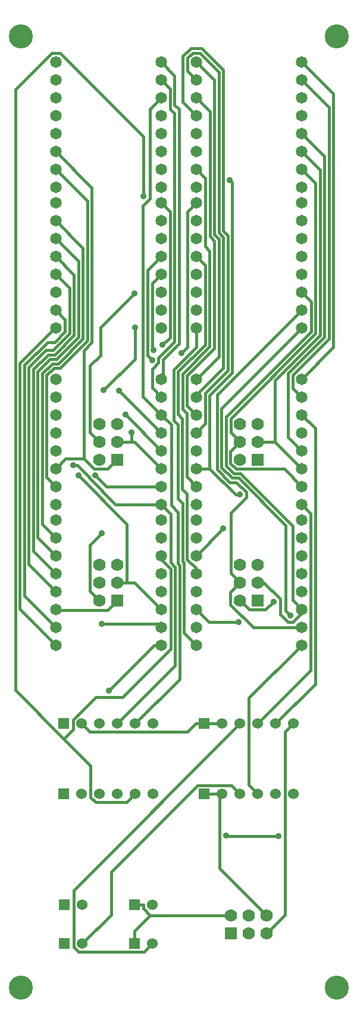
<source format=gbl>
G04 (created by PCBNEW (2013-mar-13)-testing) date Tue 12 Nov 2013 05:22:57 PM PST*
%MOIN*%
G04 Gerber Fmt 3.4, Leading zero omitted, Abs format*
%FSLAX34Y34*%
G01*
G70*
G90*
G04 APERTURE LIST*
%ADD10C,0.005906*%
%ADD11C,0.065000*%
%ADD12R,0.060000X0.060000*%
%ADD13C,0.060000*%
%ADD14R,0.070000X0.070000*%
%ADD15C,0.070000*%
%ADD16C,0.135000*%
%ADD17C,0.035000*%
%ADD18C,0.015000*%
G04 APERTURE END LIST*
G54D10*
G54D11*
X20669Y-37838D03*
X20669Y-38838D03*
X20669Y-39838D03*
X20669Y-40838D03*
X20669Y-41838D03*
X20669Y-42838D03*
X20669Y-43838D03*
X20669Y-44838D03*
X26574Y-44838D03*
X26574Y-43838D03*
X26574Y-42838D03*
X26574Y-41838D03*
X26574Y-40838D03*
X26574Y-39838D03*
X26574Y-38838D03*
X26574Y-37838D03*
X20669Y-45712D03*
X20669Y-46712D03*
X20669Y-47712D03*
X20669Y-48712D03*
X20669Y-49712D03*
X20669Y-50712D03*
X20669Y-51712D03*
X20669Y-52712D03*
X26574Y-52712D03*
X26574Y-51712D03*
X26574Y-50712D03*
X26574Y-49712D03*
X26574Y-48712D03*
X26574Y-47712D03*
X26574Y-46712D03*
X26574Y-45712D03*
X28543Y-37838D03*
X28543Y-38838D03*
X28543Y-39838D03*
X28543Y-40838D03*
X28543Y-41838D03*
X28543Y-42838D03*
X28543Y-43838D03*
X28543Y-44838D03*
X34448Y-44838D03*
X34448Y-43838D03*
X34448Y-42838D03*
X34448Y-41838D03*
X34448Y-40838D03*
X34448Y-39838D03*
X34448Y-38838D03*
X34448Y-37838D03*
X28543Y-45712D03*
X28543Y-46712D03*
X28543Y-47712D03*
X28543Y-48712D03*
X28543Y-49712D03*
X28543Y-50712D03*
X28543Y-51712D03*
X28543Y-52712D03*
X34448Y-52712D03*
X34448Y-51712D03*
X34448Y-50712D03*
X34448Y-49712D03*
X34448Y-48712D03*
X34448Y-47712D03*
X34448Y-46712D03*
X34448Y-45712D03*
X20669Y-20122D03*
X20669Y-21122D03*
X20669Y-22122D03*
X20669Y-23122D03*
X20669Y-24122D03*
X20669Y-25122D03*
X20669Y-26122D03*
X20669Y-27122D03*
X26574Y-27122D03*
X26574Y-26122D03*
X26574Y-25122D03*
X26574Y-24122D03*
X26574Y-23122D03*
X26574Y-22122D03*
X26574Y-21122D03*
X26574Y-20122D03*
X20669Y-27996D03*
X20669Y-28996D03*
X20669Y-29996D03*
X20669Y-30996D03*
X20669Y-31996D03*
X20669Y-32996D03*
X20669Y-33996D03*
X20669Y-34996D03*
X26574Y-34996D03*
X26574Y-33996D03*
X26574Y-32996D03*
X26574Y-31996D03*
X26574Y-30996D03*
X26574Y-29996D03*
X26574Y-28996D03*
X26574Y-27996D03*
X28543Y-20122D03*
X28543Y-21122D03*
X28543Y-22122D03*
X28543Y-23122D03*
X28543Y-24122D03*
X28543Y-25122D03*
X28543Y-26122D03*
X28543Y-27122D03*
X34448Y-27122D03*
X34448Y-26122D03*
X34448Y-25122D03*
X34448Y-24122D03*
X34448Y-23122D03*
X34448Y-22122D03*
X34448Y-21122D03*
X34448Y-20122D03*
X28543Y-27996D03*
X28543Y-28996D03*
X28543Y-29996D03*
X28543Y-30996D03*
X28543Y-31996D03*
X28543Y-32996D03*
X28543Y-33996D03*
X28543Y-34996D03*
X34448Y-34996D03*
X34448Y-33996D03*
X34448Y-32996D03*
X34448Y-31996D03*
X34448Y-30996D03*
X34448Y-29996D03*
X34448Y-28996D03*
X34448Y-27996D03*
G54D12*
X21153Y-67224D03*
G54D13*
X22153Y-67224D03*
G54D12*
X21122Y-57086D03*
G54D13*
X22122Y-57086D03*
X23122Y-57086D03*
X24122Y-57086D03*
X25122Y-57086D03*
X26122Y-57086D03*
G54D12*
X25090Y-67224D03*
G54D13*
X26090Y-67224D03*
G54D12*
X21122Y-61023D03*
G54D13*
X22122Y-61023D03*
X23122Y-61023D03*
X24122Y-61023D03*
X25122Y-61023D03*
X26122Y-61023D03*
G54D12*
X25090Y-69389D03*
G54D13*
X26090Y-69389D03*
G54D12*
X28996Y-57086D03*
G54D13*
X29996Y-57086D03*
X30996Y-57086D03*
X31996Y-57086D03*
X32996Y-57086D03*
X33996Y-57086D03*
G54D12*
X21153Y-69389D03*
G54D13*
X22153Y-69389D03*
G54D12*
X28996Y-61023D03*
G54D13*
X29996Y-61023D03*
X30996Y-61023D03*
X31996Y-61023D03*
X32996Y-61023D03*
X33996Y-61023D03*
G54D14*
X30496Y-68807D03*
G54D15*
X30496Y-67807D03*
X31496Y-68807D03*
X31496Y-67807D03*
X32496Y-68807D03*
X32496Y-67807D03*
G54D14*
X31996Y-50212D03*
G54D15*
X30996Y-50212D03*
X31996Y-49212D03*
X30996Y-49212D03*
X31996Y-48212D03*
X30996Y-48212D03*
G54D14*
X31996Y-42338D03*
G54D15*
X30996Y-42338D03*
X31996Y-41338D03*
X30996Y-41338D03*
X31996Y-40338D03*
X30996Y-40338D03*
G54D14*
X24122Y-50212D03*
G54D15*
X23122Y-50212D03*
X24122Y-49212D03*
X23122Y-49212D03*
X24122Y-48212D03*
X23122Y-48212D03*
G54D14*
X24122Y-42338D03*
G54D15*
X23122Y-42338D03*
X24122Y-41338D03*
X23122Y-41338D03*
X24122Y-40338D03*
X23122Y-40338D03*
G54D16*
X18700Y-18700D03*
X36417Y-18700D03*
X36417Y-71850D03*
X18700Y-71850D03*
G54D17*
X32882Y-50280D03*
X23232Y-46467D03*
X24216Y-38480D03*
X26072Y-36781D03*
X30062Y-46193D03*
X26664Y-35916D03*
X24573Y-39836D03*
X26162Y-36216D03*
X27713Y-36389D03*
X33144Y-63386D03*
X30216Y-63357D03*
X30967Y-44299D03*
X30403Y-26710D03*
X30929Y-51424D03*
X25078Y-33062D03*
X22882Y-43218D03*
X23232Y-51532D03*
X21647Y-42644D03*
X23646Y-55255D03*
X33813Y-51043D03*
X24929Y-40837D03*
X21953Y-43227D03*
X23358Y-38468D03*
X25100Y-34970D03*
X25588Y-27615D03*
G54D18*
X25090Y-67224D02*
X25565Y-67224D01*
X25090Y-68678D02*
X25090Y-69389D01*
X25962Y-67807D02*
X25090Y-68678D01*
X30496Y-67807D02*
X25962Y-67807D01*
X25565Y-67410D02*
X25565Y-67224D01*
X25962Y-67807D02*
X25565Y-67410D01*
X31521Y-50737D02*
X30996Y-50212D01*
X32425Y-50737D02*
X31521Y-50737D01*
X32882Y-50280D02*
X32425Y-50737D01*
X22594Y-47105D02*
X23232Y-46467D01*
X22594Y-49685D02*
X22594Y-47105D01*
X23122Y-50212D02*
X22594Y-49685D01*
X26574Y-40838D02*
X24216Y-38480D01*
X25809Y-36518D02*
X26072Y-36781D01*
X25809Y-31761D02*
X25809Y-36518D01*
X26574Y-30996D02*
X25809Y-31761D01*
X21942Y-31269D02*
X20669Y-29996D01*
X21942Y-35494D02*
X21942Y-31269D01*
X20712Y-36724D02*
X21942Y-35494D01*
X20362Y-36724D02*
X20712Y-36724D01*
X19660Y-37427D02*
X20362Y-36724D01*
X19660Y-46703D02*
X19660Y-37427D01*
X20669Y-47712D02*
X19660Y-46703D01*
X29301Y-22879D02*
X28543Y-22122D01*
X29301Y-29870D02*
X29301Y-22879D01*
X29551Y-30120D02*
X29301Y-29870D01*
X29551Y-36107D02*
X29551Y-30120D01*
X28019Y-37639D02*
X29551Y-36107D01*
X28019Y-39314D02*
X28019Y-37639D01*
X28543Y-39838D02*
X28019Y-39314D01*
X28543Y-47712D02*
X30062Y-46193D01*
X21692Y-32019D02*
X20669Y-30996D01*
X21692Y-35390D02*
X21692Y-32019D01*
X20608Y-36474D02*
X21692Y-35390D01*
X20233Y-36474D02*
X20608Y-36474D01*
X19409Y-37297D02*
X20233Y-36474D01*
X19409Y-47453D02*
X19409Y-37297D01*
X20669Y-48712D02*
X19409Y-47453D01*
X29045Y-40336D02*
X28543Y-40838D01*
X29045Y-38619D02*
X29045Y-40336D01*
X30301Y-37363D02*
X29045Y-38619D01*
X30301Y-29809D02*
X30301Y-37363D01*
X30053Y-29561D02*
X30301Y-29809D01*
X30053Y-20570D02*
X30053Y-29561D01*
X28840Y-19357D02*
X30053Y-20570D01*
X28234Y-19357D02*
X28840Y-19357D01*
X27793Y-19798D02*
X28234Y-19357D01*
X27793Y-22371D02*
X27793Y-19798D01*
X28543Y-23122D02*
X27793Y-22371D01*
X29043Y-31496D02*
X28543Y-30996D01*
X29043Y-35907D02*
X29043Y-31496D01*
X27515Y-37435D02*
X29043Y-35907D01*
X27515Y-39803D02*
X27515Y-37435D01*
X27755Y-40042D02*
X27515Y-39803D01*
X27755Y-43985D02*
X27755Y-40042D01*
X28030Y-44260D02*
X27755Y-43985D01*
X28030Y-47906D02*
X28030Y-44260D01*
X28543Y-48419D02*
X28030Y-47906D01*
X28543Y-48712D02*
X28543Y-48419D01*
X27076Y-21623D02*
X26574Y-21122D01*
X27076Y-22746D02*
X27076Y-21623D01*
X27326Y-22997D02*
X27076Y-22746D01*
X27326Y-35750D02*
X27326Y-22997D01*
X26422Y-36654D02*
X27326Y-35750D01*
X26422Y-36926D02*
X26422Y-36654D01*
X26067Y-37281D02*
X26422Y-36926D01*
X26067Y-38331D02*
X26067Y-37281D01*
X26574Y-38838D02*
X26067Y-38331D01*
X35972Y-22645D02*
X34448Y-21122D01*
X35972Y-35601D02*
X35972Y-22645D01*
X33948Y-37625D02*
X35972Y-35601D01*
X33948Y-38338D02*
X33948Y-37625D01*
X34448Y-38838D02*
X33948Y-38338D01*
X27326Y-20873D02*
X26574Y-20122D01*
X27326Y-22518D02*
X27326Y-20873D01*
X27576Y-22768D02*
X27326Y-22518D01*
X27576Y-35853D02*
X27576Y-22768D01*
X26672Y-36757D02*
X27576Y-35853D01*
X26672Y-37740D02*
X26672Y-36757D01*
X26574Y-37838D02*
X26672Y-37740D01*
X27074Y-35506D02*
X26664Y-35916D01*
X27074Y-28496D02*
X27074Y-35506D01*
X26574Y-27996D02*
X27074Y-28496D01*
X36222Y-21895D02*
X34448Y-20122D01*
X36222Y-36064D02*
X36222Y-21895D01*
X34448Y-37838D02*
X36222Y-36064D01*
X18659Y-50702D02*
X20669Y-52712D01*
X18659Y-36961D02*
X18659Y-50702D01*
X20625Y-34996D02*
X18659Y-36961D01*
X20669Y-34996D02*
X20625Y-34996D01*
X28543Y-36054D02*
X28543Y-34996D01*
X27265Y-37332D02*
X28543Y-36054D01*
X27265Y-40158D02*
X27265Y-37332D01*
X27505Y-40397D02*
X27265Y-40158D01*
X27505Y-44509D02*
X27505Y-40397D01*
X27779Y-44784D02*
X27505Y-44509D01*
X27779Y-48035D02*
X27779Y-44784D01*
X27860Y-48115D02*
X27779Y-48035D01*
X27860Y-52029D02*
X27860Y-48115D01*
X28543Y-52712D02*
X27860Y-52029D01*
X26574Y-41838D02*
X24573Y-39836D01*
X26073Y-32496D02*
X26574Y-31996D01*
X26073Y-36127D02*
X26073Y-32496D01*
X26162Y-36216D02*
X26073Y-36127D01*
X35722Y-25395D02*
X34448Y-24122D01*
X35722Y-35497D02*
X35722Y-25395D01*
X33697Y-37522D02*
X35722Y-35497D01*
X33697Y-41087D02*
X33697Y-37522D01*
X34448Y-41838D02*
X33697Y-41087D01*
X29801Y-36580D02*
X28543Y-37838D01*
X29801Y-30016D02*
X29801Y-36580D01*
X29553Y-29768D02*
X29801Y-30016D01*
X29553Y-21131D02*
X29553Y-29768D01*
X28543Y-20122D02*
X29553Y-21131D01*
X28043Y-36059D02*
X27713Y-36389D01*
X28043Y-28496D02*
X28043Y-36059D01*
X28543Y-27996D02*
X28043Y-28496D01*
X22443Y-27895D02*
X20669Y-26122D01*
X22443Y-35701D02*
X22443Y-27895D01*
X20919Y-37225D02*
X22443Y-35701D01*
X20569Y-37225D02*
X20919Y-37225D01*
X20160Y-37634D02*
X20569Y-37225D01*
X20160Y-43329D02*
X20160Y-37634D01*
X20669Y-43838D02*
X20160Y-43329D01*
X18909Y-49952D02*
X20669Y-51712D01*
X18909Y-37066D02*
X18909Y-49952D01*
X20200Y-35775D02*
X18909Y-37066D01*
X20600Y-35775D02*
X20200Y-35775D01*
X21192Y-35183D02*
X20600Y-35775D01*
X21192Y-34519D02*
X21192Y-35183D01*
X20669Y-33996D02*
X21192Y-34519D01*
X29043Y-26622D02*
X28543Y-26122D01*
X29043Y-30429D02*
X29043Y-26622D01*
X29293Y-30679D02*
X29043Y-30429D01*
X29293Y-36011D02*
X29293Y-30679D01*
X27766Y-37539D02*
X29293Y-36011D01*
X27766Y-39522D02*
X27766Y-37539D01*
X28008Y-39764D02*
X27766Y-39522D01*
X28008Y-43303D02*
X28008Y-39764D01*
X28543Y-43838D02*
X28008Y-43303D01*
X22192Y-30519D02*
X20669Y-28996D01*
X22192Y-35597D02*
X22192Y-30519D01*
X20815Y-36974D02*
X22192Y-35597D01*
X20466Y-36974D02*
X20815Y-36974D01*
X19910Y-37530D02*
X20466Y-36974D01*
X19910Y-45953D02*
X19910Y-37530D01*
X20669Y-46712D02*
X19910Y-45953D01*
X28543Y-38725D02*
X28543Y-38838D01*
X30051Y-37217D02*
X28543Y-38725D01*
X30051Y-29913D02*
X30051Y-37217D01*
X29803Y-29665D02*
X30051Y-29913D01*
X29803Y-20673D02*
X29803Y-29665D01*
X28736Y-19607D02*
X29803Y-20673D01*
X28337Y-19607D02*
X28736Y-19607D01*
X28043Y-19901D02*
X28337Y-19607D01*
X28043Y-20621D02*
X28043Y-19901D01*
X28543Y-21122D02*
X28043Y-20621D01*
X30246Y-63386D02*
X30216Y-63357D01*
X33144Y-63386D02*
X30246Y-63386D01*
X21442Y-32769D02*
X20669Y-31996D01*
X21442Y-35286D02*
X21442Y-32769D01*
X20504Y-36224D02*
X21442Y-35286D01*
X20119Y-36224D02*
X20504Y-36224D01*
X19159Y-37184D02*
X20119Y-36224D01*
X19159Y-48203D02*
X19159Y-37184D01*
X20669Y-49712D02*
X19159Y-48203D01*
X22826Y-42863D02*
X22239Y-42276D01*
X23596Y-42863D02*
X22826Y-42863D01*
X24122Y-42338D02*
X23596Y-42863D01*
X21231Y-42276D02*
X20669Y-42838D01*
X22239Y-42276D02*
X21231Y-42276D01*
X22693Y-27145D02*
X20669Y-25122D01*
X22693Y-35804D02*
X22693Y-27145D01*
X22239Y-36258D02*
X22693Y-35804D01*
X22239Y-42276D02*
X22239Y-36258D01*
X20696Y-50740D02*
X20669Y-50712D01*
X23594Y-50740D02*
X20696Y-50740D01*
X24122Y-50212D02*
X23594Y-50740D01*
X30756Y-44299D02*
X30967Y-44299D01*
X29295Y-42838D02*
X30756Y-44299D01*
X29295Y-42838D02*
X29295Y-42838D01*
X28543Y-42838D02*
X29295Y-42838D01*
X30560Y-26867D02*
X30403Y-26710D01*
X30560Y-37494D02*
X30560Y-26867D01*
X29295Y-38759D02*
X30560Y-37494D01*
X29295Y-42838D02*
X29295Y-38759D01*
X29254Y-51424D02*
X30929Y-51424D01*
X28543Y-50712D02*
X29254Y-51424D01*
X22594Y-40810D02*
X23122Y-41338D01*
X22594Y-37102D02*
X22594Y-40810D01*
X23174Y-36522D02*
X22594Y-37102D01*
X23174Y-34966D02*
X23174Y-36522D01*
X25078Y-33062D02*
X23174Y-34966D01*
X23503Y-43838D02*
X26574Y-43838D01*
X22882Y-43218D02*
X23503Y-43838D01*
X26395Y-51532D02*
X26574Y-51712D01*
X23232Y-51532D02*
X26395Y-51532D01*
X35222Y-26895D02*
X34448Y-26122D01*
X35222Y-35287D02*
X35222Y-26895D01*
X30465Y-40043D02*
X35222Y-35287D01*
X30465Y-40808D02*
X30465Y-40043D01*
X30996Y-41338D02*
X30465Y-40808D01*
X33473Y-42863D02*
X34448Y-43838D01*
X30769Y-42863D02*
X33473Y-42863D01*
X30461Y-42556D02*
X30769Y-42863D01*
X30461Y-41873D02*
X30461Y-42556D01*
X30996Y-41338D02*
X30461Y-41873D01*
X30470Y-48687D02*
X30996Y-49212D01*
X30470Y-45310D02*
X30470Y-48687D01*
X31336Y-44444D02*
X30470Y-45310D01*
X31336Y-44163D02*
X31336Y-44444D01*
X30787Y-43614D02*
X31336Y-44163D01*
X30428Y-43614D02*
X30787Y-43614D01*
X29711Y-42896D02*
X30428Y-43614D01*
X29711Y-38733D02*
X29711Y-42896D01*
X34448Y-33996D02*
X29711Y-38733D01*
X31737Y-51712D02*
X34448Y-51712D01*
X30464Y-50439D02*
X31737Y-51712D01*
X30464Y-49743D02*
X30464Y-50439D01*
X30996Y-49212D02*
X30464Y-49743D01*
X24008Y-44838D02*
X26574Y-44838D01*
X22532Y-43363D02*
X24008Y-44838D01*
X22532Y-43311D02*
X22532Y-43363D01*
X21865Y-42644D02*
X22532Y-43311D01*
X21647Y-42644D02*
X21865Y-42644D01*
X27351Y-53857D02*
X24122Y-57086D01*
X27351Y-48346D02*
X27351Y-53857D01*
X27108Y-48103D02*
X27351Y-48346D01*
X27108Y-45372D02*
X27108Y-48103D01*
X26574Y-44838D02*
X27108Y-45372D01*
X26189Y-52712D02*
X23646Y-55255D01*
X26574Y-52712D02*
X26189Y-52712D01*
X34949Y-54132D02*
X31996Y-57086D01*
X34949Y-45339D02*
X34949Y-54132D01*
X34448Y-44838D02*
X34949Y-45339D01*
X31496Y-55665D02*
X34448Y-52712D01*
X31496Y-60523D02*
X31496Y-55665D01*
X31996Y-61023D02*
X31496Y-60523D01*
X33563Y-50793D02*
X33813Y-51043D01*
X33563Y-46025D02*
X33563Y-50793D01*
X30901Y-43364D02*
X33563Y-46025D01*
X30532Y-43364D02*
X30901Y-43364D01*
X29961Y-42793D02*
X30532Y-43364D01*
X29961Y-39483D02*
X29961Y-42793D01*
X34448Y-34996D02*
X29961Y-39483D01*
X24122Y-41338D02*
X24929Y-41338D01*
X25074Y-41338D02*
X26574Y-42838D01*
X24929Y-41338D02*
X25074Y-41338D01*
X24929Y-41338D02*
X24929Y-40837D01*
X24664Y-45938D02*
X21953Y-43227D01*
X24664Y-49212D02*
X24664Y-45938D01*
X24122Y-49212D02*
X24664Y-49212D01*
X25074Y-49212D02*
X26574Y-50712D01*
X24664Y-49212D02*
X25074Y-49212D01*
X25100Y-36726D02*
X25100Y-34970D01*
X23358Y-38468D02*
X25100Y-36726D01*
X31996Y-41338D02*
X32948Y-41338D01*
X32948Y-41338D02*
X34448Y-42838D01*
X35472Y-26145D02*
X34448Y-25122D01*
X35472Y-35394D02*
X35472Y-26145D01*
X32948Y-37917D02*
X35472Y-35394D01*
X32948Y-41338D02*
X32948Y-37917D01*
X34448Y-50927D02*
X34448Y-50712D01*
X33963Y-51412D02*
X34448Y-50927D01*
X33671Y-51412D02*
X33963Y-51412D01*
X33232Y-50973D02*
X33671Y-51412D01*
X33232Y-50129D02*
X33232Y-50973D01*
X32315Y-49212D02*
X33232Y-50129D01*
X31996Y-49212D02*
X32315Y-49212D01*
X33938Y-50202D02*
X34448Y-50712D01*
X33938Y-46046D02*
X33938Y-50202D01*
X31005Y-43113D02*
X33938Y-46046D01*
X30635Y-43113D02*
X31005Y-43113D01*
X30211Y-42689D02*
X30635Y-43113D01*
X30211Y-39944D02*
X30211Y-42689D01*
X34972Y-35183D02*
X30211Y-39944D01*
X34972Y-33519D02*
X34972Y-35183D01*
X34448Y-32996D02*
X34972Y-33519D01*
X25955Y-22741D02*
X26574Y-22122D01*
X25955Y-27766D02*
X25955Y-22741D01*
X25559Y-28162D02*
X25955Y-27766D01*
X25559Y-38822D02*
X25559Y-28162D01*
X26574Y-39838D02*
X25559Y-38822D01*
X27601Y-54607D02*
X25122Y-57086D01*
X27601Y-48242D02*
X27601Y-54607D01*
X27529Y-48170D02*
X27601Y-48242D01*
X27529Y-45298D02*
X27529Y-48170D01*
X27134Y-44903D02*
X27529Y-45298D01*
X27134Y-40398D02*
X27134Y-44903D01*
X26574Y-39838D02*
X27134Y-40398D01*
X22622Y-59443D02*
X21124Y-57946D01*
X22622Y-61217D02*
X22622Y-59443D01*
X22904Y-61499D02*
X22622Y-61217D01*
X24646Y-61499D02*
X22904Y-61499D01*
X25122Y-61023D02*
X24646Y-61499D01*
X26574Y-47928D02*
X26574Y-47712D01*
X27101Y-48455D02*
X26574Y-47928D01*
X27101Y-52913D02*
X27101Y-48455D01*
X24409Y-55605D02*
X27101Y-52913D01*
X22930Y-55605D02*
X24409Y-55605D01*
X21641Y-56895D02*
X22930Y-55605D01*
X21641Y-57430D02*
X21641Y-56895D01*
X21124Y-57946D02*
X21641Y-57430D01*
X18409Y-55231D02*
X21124Y-57946D01*
X18409Y-21670D02*
X18409Y-55231D01*
X20460Y-19618D02*
X18409Y-21670D01*
X20903Y-19618D02*
X20460Y-19618D01*
X25588Y-24304D02*
X20903Y-19618D01*
X25588Y-27615D02*
X25588Y-24304D01*
X35199Y-40589D02*
X34448Y-39838D01*
X35199Y-54882D02*
X35199Y-40589D01*
X32996Y-57086D02*
X35199Y-54882D01*
X33517Y-67785D02*
X32496Y-68807D01*
X33517Y-57564D02*
X33517Y-67785D01*
X33996Y-57086D02*
X33517Y-57564D01*
X29996Y-57086D02*
X28996Y-57086D01*
X28045Y-57561D02*
X28520Y-57086D01*
X22597Y-57561D02*
X28045Y-57561D01*
X22122Y-57086D02*
X22597Y-57561D01*
X28996Y-57086D02*
X28520Y-57086D01*
X28996Y-61023D02*
X29471Y-61023D01*
X29864Y-65175D02*
X32496Y-67807D01*
X29864Y-61023D02*
X29864Y-65175D01*
X29996Y-61023D02*
X29864Y-61023D01*
X29864Y-61023D02*
X29471Y-61023D01*
X25615Y-69864D02*
X26090Y-69389D01*
X21948Y-69864D02*
X25615Y-69864D01*
X21668Y-69585D02*
X21948Y-69864D01*
X21668Y-66414D02*
X21668Y-69585D01*
X30996Y-57086D02*
X21668Y-66414D01*
X30520Y-60548D02*
X30996Y-61023D01*
X28612Y-60548D02*
X30520Y-60548D01*
X23769Y-65391D02*
X28612Y-60548D01*
X23769Y-67773D02*
X23769Y-65391D01*
X22153Y-69389D02*
X23769Y-67773D01*
M02*

</source>
